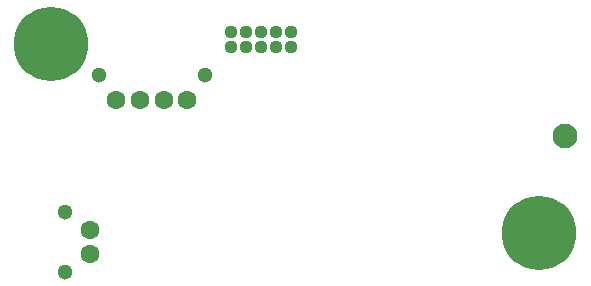
<source format=gbs>
G04 #@! TF.FileFunction,Soldermask,Bot*
%FSLAX46Y46*%
G04 Gerber Fmt 4.6, Leading zero omitted, Abs format (unit mm)*
G04 Created by KiCad (PCBNEW 0.201508100901+6080~28~ubuntu14.04.1-product) date Sun 08 Nov 2015 01:10:26 GMT*
%MOMM*%
G01*
G04 APERTURE LIST*
%ADD10C,0.100000*%
%ADD11C,1.600000*%
%ADD12C,1.300000*%
%ADD13C,1.116000*%
%ADD14C,2.100000*%
%ADD15C,6.300000*%
%ADD16C,0.700000*%
G04 APERTURE END LIST*
D10*
D11*
X89750000Y-111250000D03*
X89750000Y-109250000D03*
D12*
X87650000Y-112750000D03*
X87650000Y-107750000D03*
D11*
X92000000Y-98250000D03*
X94000000Y-98250000D03*
X96000000Y-98250000D03*
X98000000Y-98250000D03*
D12*
X90500000Y-96150000D03*
X99500000Y-96150000D03*
D13*
X101750000Y-93770000D03*
X101750000Y-92500000D03*
X103020000Y-93770000D03*
X103020000Y-92500000D03*
X104290000Y-93770000D03*
X104290000Y-92500000D03*
X105560000Y-93770000D03*
X105560000Y-92500000D03*
X106830000Y-93770000D03*
X106830000Y-92500000D03*
D14*
X130000000Y-101250000D03*
D15*
X127750000Y-109500000D03*
D16*
X127750000Y-107000000D03*
X130250000Y-109500000D03*
X127750000Y-112000000D03*
X125250000Y-109500000D03*
X125950000Y-107700000D03*
X129550000Y-107700000D03*
X125950000Y-111300000D03*
X129550000Y-111300000D03*
D15*
X86500000Y-93500000D03*
D16*
X86500000Y-91000000D03*
X89000000Y-93500000D03*
X86500000Y-96000000D03*
X84000000Y-93500000D03*
X84700000Y-91700000D03*
X88300000Y-91700000D03*
X84700000Y-95300000D03*
X88300000Y-95300000D03*
M02*

</source>
